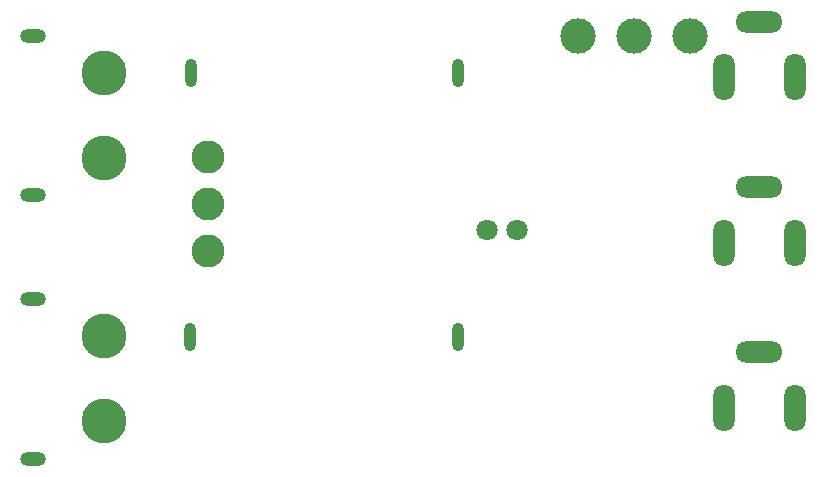
<source format=gbr>
%TF.GenerationSoftware,KiCad,Pcbnew,(6.0.8)*%
%TF.CreationDate,2022-12-08T15:19:17+02:00*%
%TF.ProjectId,Power Distribution,506f7765-7220-4446-9973-747269627574,V0*%
%TF.SameCoordinates,Original*%
%TF.FileFunction,Soldermask,Bot*%
%TF.FilePolarity,Negative*%
%FSLAX46Y46*%
G04 Gerber Fmt 4.6, Leading zero omitted, Abs format (unit mm)*
G04 Created by KiCad (PCBNEW (6.0.8)) date 2022-12-08 15:19:17*
%MOMM*%
%LPD*%
G01*
G04 APERTURE LIST*
%ADD10C,3.800000*%
%ADD11O,2.200000X1.200000*%
%ADD12O,1.800000X4.000000*%
%ADD13O,4.000000X1.800000*%
%ADD14O,1.000000X2.400000*%
%ADD15C,3.000000*%
%ADD16C,2.800000*%
%ADD17C,1.800000*%
G04 APERTURE END LIST*
D10*
%TO.C,J2*%
X201114812Y-155129981D03*
X201114812Y-147929981D03*
D11*
X195114812Y-144779981D03*
X195114812Y-158279981D03*
%TD*%
D12*
%TO.C,J5*%
X253650799Y-154000000D03*
X259650799Y-154000000D03*
D13*
X256650799Y-149296000D03*
%TD*%
D14*
%TO.C,F1*%
X208495493Y-125618818D03*
X231121493Y-125618818D03*
%TD*%
D12*
%TO.C,J3*%
X253639455Y-126000000D03*
X259639455Y-126000000D03*
D13*
X256639455Y-121296000D03*
%TD*%
D12*
%TO.C,J4*%
X253650799Y-140000000D03*
X259650799Y-140000000D03*
D13*
X256650799Y-135296000D03*
%TD*%
D15*
%TO.C,TP1*%
X241284799Y-122484000D03*
%TD*%
D10*
%TO.C,J1*%
X201147257Y-132815093D03*
X201147257Y-125615093D03*
D11*
X195147257Y-122465093D03*
X195147257Y-135965093D03*
%TD*%
D15*
%TO.C,TP2*%
X246000000Y-122500000D03*
%TD*%
D14*
%TO.C,F2*%
X208471799Y-147984000D03*
X231097799Y-147984000D03*
%TD*%
D15*
%TO.C,TP3*%
X250750000Y-122500000D03*
%TD*%
D16*
%TO.C,J6*%
X209997799Y-140673000D03*
X209997799Y-136713000D03*
X209997799Y-132751000D03*
%TD*%
D17*
%TO.C,J7*%
X236105799Y-138937000D03*
X233603799Y-138937000D03*
%TD*%
M02*

</source>
